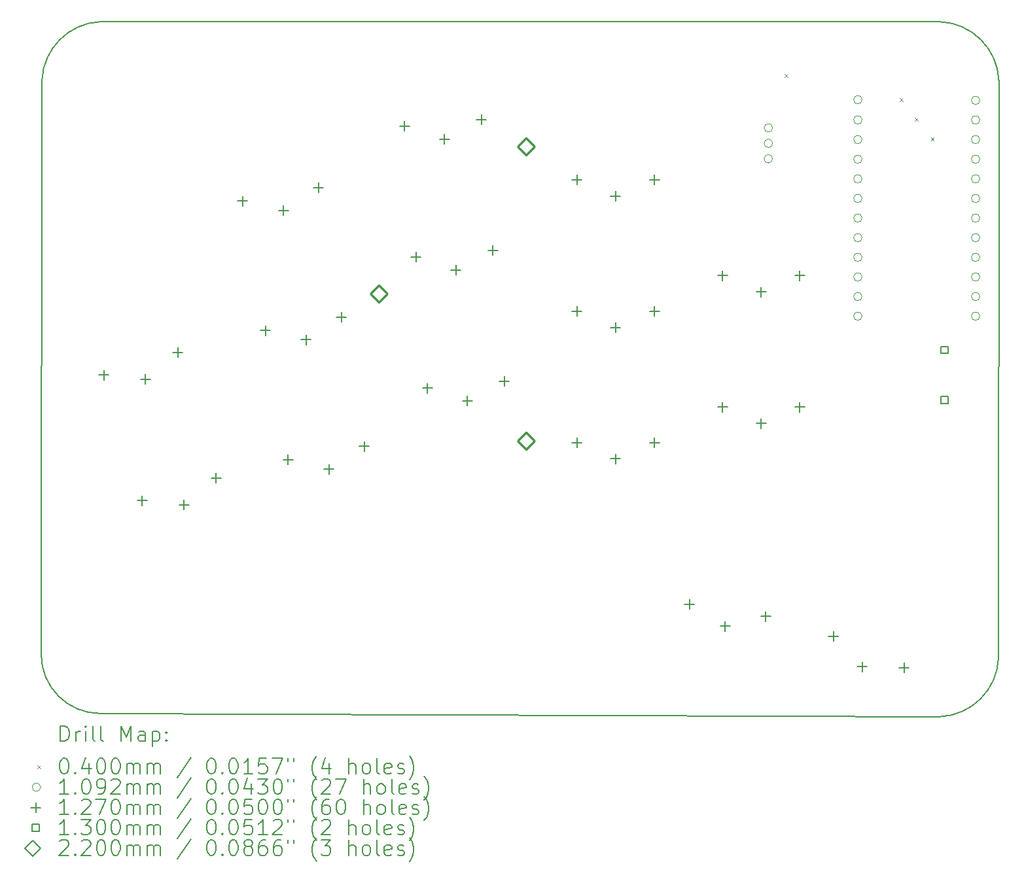
<source format=gbr>
%FSLAX45Y45*%
G04 Gerber Fmt 4.5, Leading zero omitted, Abs format (unit mm)*
G04 Created by KiCad (PCBNEW (6.0.4)) date 2022-05-21 01:48:03*
%MOMM*%
%LPD*%
G01*
G04 APERTURE LIST*
%TA.AperFunction,Profile*%
%ADD10C,0.150000*%
%TD*%
%ADD11C,0.200000*%
%ADD12C,0.040000*%
%ADD13C,0.109220*%
%ADD14C,0.127000*%
%ADD15C,0.130000*%
%ADD16C,0.220000*%
G04 APERTURE END LIST*
D10*
X15737327Y12334998D02*
X4877933Y12336481D01*
X15733479Y3338932D02*
G75*
G03*
X16494826Y4100933I-32949J794268D01*
G01*
X4116586Y11574481D02*
X4107104Y4142825D01*
X4107104Y4142825D02*
G75*
G03*
X4869104Y3380825I764981J2981D01*
G01*
X16494826Y4100933D02*
X16499327Y11573651D01*
X15733479Y3338933D02*
X4869104Y3380825D01*
X16499330Y11573651D02*
G75*
G03*
X15737327Y12334998I-794270J-32951D01*
G01*
X4877933Y12336481D02*
G75*
G03*
X4116586Y11574481I32951J-794270D01*
G01*
D11*
D12*
X13727182Y11661595D02*
X13767182Y11621595D01*
X13767182Y11661595D02*
X13727182Y11621595D01*
X15220000Y11345385D02*
X15260000Y11305385D01*
X15260000Y11345385D02*
X15220000Y11305385D01*
X15410459Y11089114D02*
X15450459Y11049114D01*
X15450459Y11089114D02*
X15410459Y11049114D01*
X15618978Y10834706D02*
X15658978Y10794706D01*
X15658978Y10834706D02*
X15618978Y10794706D01*
D13*
X13570728Y10961467D02*
G75*
G03*
X13570728Y10961467I-54610J0D01*
G01*
X13570728Y10761467D02*
G75*
G03*
X13570728Y10761467I-54610J0D01*
G01*
X13570728Y10561467D02*
G75*
G03*
X13570728Y10561467I-54610J0D01*
G01*
X14728331Y11326700D02*
G75*
G03*
X14728331Y11326700I-54610J0D01*
G01*
X14728331Y11064325D02*
G75*
G03*
X14728331Y11064325I-54610J0D01*
G01*
X14728331Y10810325D02*
G75*
G03*
X14728331Y10810325I-54610J0D01*
G01*
X14728331Y10556325D02*
G75*
G03*
X14728331Y10556325I-54610J0D01*
G01*
X14728331Y10302325D02*
G75*
G03*
X14728331Y10302325I-54610J0D01*
G01*
X14728331Y10048325D02*
G75*
G03*
X14728331Y10048325I-54610J0D01*
G01*
X14728331Y9794325D02*
G75*
G03*
X14728331Y9794325I-54610J0D01*
G01*
X14728331Y9540325D02*
G75*
G03*
X14728331Y9540325I-54610J0D01*
G01*
X14728331Y9286325D02*
G75*
G03*
X14728331Y9286325I-54610J0D01*
G01*
X14728331Y9032325D02*
G75*
G03*
X14728331Y9032325I-54610J0D01*
G01*
X14728331Y8778325D02*
G75*
G03*
X14728331Y8778325I-54610J0D01*
G01*
X14728331Y8524325D02*
G75*
G03*
X14728331Y8524325I-54610J0D01*
G01*
X16252331Y11318325D02*
G75*
G03*
X16252331Y11318325I-54610J0D01*
G01*
X16252331Y11064325D02*
G75*
G03*
X16252331Y11064325I-54610J0D01*
G01*
X16252331Y10810325D02*
G75*
G03*
X16252331Y10810325I-54610J0D01*
G01*
X16252331Y10556325D02*
G75*
G03*
X16252331Y10556325I-54610J0D01*
G01*
X16252331Y10302325D02*
G75*
G03*
X16252331Y10302325I-54610J0D01*
G01*
X16252331Y10048325D02*
G75*
G03*
X16252331Y10048325I-54610J0D01*
G01*
X16252331Y9794325D02*
G75*
G03*
X16252331Y9794325I-54610J0D01*
G01*
X16252331Y9540325D02*
G75*
G03*
X16252331Y9540325I-54610J0D01*
G01*
X16252331Y9286325D02*
G75*
G03*
X16252331Y9286325I-54610J0D01*
G01*
X16252331Y9032325D02*
G75*
G03*
X16252331Y9032325I-54610J0D01*
G01*
X16252331Y8778325D02*
G75*
G03*
X16252331Y8778325I-54610J0D01*
G01*
X16252331Y8524325D02*
G75*
G03*
X16252331Y8524325I-54610J0D01*
G01*
D14*
X4917175Y7826915D02*
X4917175Y7699915D01*
X4853675Y7763415D02*
X4980675Y7763415D01*
X5414207Y6201196D02*
X5414207Y6074196D01*
X5350707Y6137696D02*
X5477707Y6137696D01*
X5456725Y7772276D02*
X5456725Y7645276D01*
X5393225Y7708776D02*
X5520225Y7708776D01*
X5456725Y7772276D02*
X5456725Y7645276D01*
X5393225Y7708776D02*
X5520225Y7708776D01*
X5873479Y8119286D02*
X5873479Y7992286D01*
X5809979Y8055786D02*
X5936979Y8055786D01*
X5953757Y6146558D02*
X5953757Y6019558D01*
X5890257Y6083058D02*
X6017257Y6083058D01*
X5953757Y6146558D02*
X5953757Y6019558D01*
X5890257Y6083058D02*
X6017257Y6083058D01*
X6370511Y6493568D02*
X6370511Y6366568D01*
X6307011Y6430068D02*
X6434011Y6430068D01*
X6712293Y10076956D02*
X6712293Y9949956D01*
X6648793Y10013456D02*
X6775793Y10013456D01*
X7007495Y8402783D02*
X7007495Y8275782D01*
X6943995Y8339282D02*
X7070995Y8339282D01*
X7241163Y9956970D02*
X7241163Y9829970D01*
X7177663Y9893470D02*
X7304663Y9893470D01*
X7241163Y9956970D02*
X7241163Y9829970D01*
X7177663Y9893470D02*
X7304663Y9893470D01*
X7302697Y6728609D02*
X7302697Y6601609D01*
X7239197Y6665109D02*
X7366197Y6665109D01*
X7536365Y8282797D02*
X7536365Y8155797D01*
X7472865Y8219297D02*
X7599865Y8219297D01*
X7536365Y8282797D02*
X7536365Y8155797D01*
X7472865Y8219297D02*
X7599865Y8219297D01*
X7697101Y10250604D02*
X7697101Y10123604D01*
X7633601Y10187104D02*
X7760601Y10187104D01*
X7831567Y6608624D02*
X7831567Y6481624D01*
X7768067Y6545124D02*
X7895067Y6545124D01*
X7831567Y6608624D02*
X7831567Y6481624D01*
X7768067Y6545124D02*
X7895067Y6545124D01*
X7992303Y8576431D02*
X7992303Y8449431D01*
X7928803Y8512931D02*
X8055803Y8512931D01*
X8287505Y6902257D02*
X8287505Y6775257D01*
X8224005Y6838757D02*
X8351005Y6838757D01*
X8809021Y11046316D02*
X8809021Y10919316D01*
X8745521Y10982816D02*
X8872521Y10982816D01*
X8957186Y9352785D02*
X8957186Y9225785D01*
X8893686Y9289285D02*
X9020686Y9289285D01*
X9105351Y7659254D02*
X9105351Y7532254D01*
X9041851Y7595754D02*
X9168851Y7595754D01*
X9325422Y10880693D02*
X9325422Y10753693D01*
X9261922Y10817193D02*
X9388922Y10817193D01*
X9325422Y10880693D02*
X9325422Y10753693D01*
X9261922Y10817193D02*
X9388922Y10817193D01*
X9473586Y9187162D02*
X9473586Y9060162D01*
X9410086Y9123662D02*
X9537086Y9123662D01*
X9473586Y9187162D02*
X9473586Y9060162D01*
X9410086Y9123662D02*
X9537086Y9123662D01*
X9621751Y7493631D02*
X9621751Y7366631D01*
X9558251Y7430131D02*
X9685251Y7430131D01*
X9621751Y7493631D02*
X9621751Y7366631D01*
X9558251Y7430131D02*
X9685251Y7430131D01*
X9805216Y11133472D02*
X9805216Y11006472D01*
X9741716Y11069972D02*
X9868716Y11069972D01*
X9953381Y9439941D02*
X9953381Y9312941D01*
X9889881Y9376441D02*
X10016881Y9376441D01*
X10101546Y7746410D02*
X10101546Y7619410D01*
X10038046Y7682910D02*
X10165046Y7682910D01*
X11041109Y10352102D02*
X11041109Y10225102D01*
X10977609Y10288602D02*
X11104609Y10288602D01*
X11041109Y8652102D02*
X11041109Y8525102D01*
X10977609Y8588602D02*
X11104609Y8588602D01*
X11041109Y6952102D02*
X11041109Y6825102D01*
X10977609Y6888602D02*
X11104609Y6888602D01*
X11541109Y10142102D02*
X11541109Y10015102D01*
X11477609Y10078602D02*
X11604609Y10078602D01*
X11541109Y10142102D02*
X11541109Y10015102D01*
X11477609Y10078602D02*
X11604609Y10078602D01*
X11541109Y8442102D02*
X11541109Y8315102D01*
X11477609Y8378602D02*
X11604609Y8378602D01*
X11541109Y8442102D02*
X11541109Y8315102D01*
X11477609Y8378602D02*
X11604609Y8378602D01*
X11541109Y6742102D02*
X11541109Y6615102D01*
X11477609Y6678602D02*
X11604609Y6678602D01*
X11541109Y6742102D02*
X11541109Y6615102D01*
X11477609Y6678602D02*
X11604609Y6678602D01*
X12041109Y10352102D02*
X12041109Y10225102D01*
X11977609Y10288602D02*
X12104609Y10288602D01*
X12041109Y8652102D02*
X12041109Y8525102D01*
X11977609Y8588602D02*
X12104609Y8588602D01*
X12041109Y6952102D02*
X12041109Y6825102D01*
X11977609Y6888602D02*
X12104609Y6888602D01*
X12494322Y4860097D02*
X12494322Y4733097D01*
X12430822Y4796597D02*
X12557822Y4796597D01*
X12921828Y9111385D02*
X12921828Y8984385D01*
X12858328Y9047885D02*
X12985328Y9047885D01*
X12921828Y7411385D02*
X12921828Y7284385D01*
X12858328Y7347885D02*
X12985328Y7347885D01*
X12955315Y4574465D02*
X12955315Y4447465D01*
X12891815Y4510965D02*
X13018815Y4510965D01*
X12955315Y4574465D02*
X12955315Y4447465D01*
X12891815Y4510965D02*
X13018815Y4510965D01*
X13421828Y8901385D02*
X13421828Y8774385D01*
X13358328Y8837885D02*
X13485328Y8837885D01*
X13421828Y8901385D02*
X13421828Y8774385D01*
X13358328Y8837885D02*
X13485328Y8837885D01*
X13421828Y7201385D02*
X13421828Y7074385D01*
X13358328Y7137885D02*
X13485328Y7137885D01*
X13421828Y7201385D02*
X13421828Y7074385D01*
X13358328Y7137885D02*
X13485328Y7137885D01*
X13482011Y4703662D02*
X13482011Y4576662D01*
X13418511Y4640162D02*
X13545511Y4640162D01*
X13921828Y9111385D02*
X13921828Y8984385D01*
X13858328Y9047885D02*
X13985328Y9047885D01*
X13921828Y7411385D02*
X13921828Y7284385D01*
X13858328Y7347885D02*
X13985328Y7347885D01*
X14360146Y4443546D02*
X14360146Y4316546D01*
X14296646Y4380046D02*
X14423646Y4380046D01*
X14731504Y4048334D02*
X14731504Y3921334D01*
X14668004Y3984834D02*
X14795004Y3984834D01*
X14731504Y4048334D02*
X14731504Y3921334D01*
X14668004Y3984834D02*
X14795004Y3984834D01*
X15273692Y4036810D02*
X15273692Y3909810D01*
X15210192Y3973310D02*
X15337192Y3973310D01*
D15*
X15842941Y8041363D02*
X15842941Y8133288D01*
X15751017Y8133288D01*
X15751017Y8041363D01*
X15842941Y8041363D01*
X15842941Y7391363D02*
X15842941Y7483288D01*
X15751017Y7483288D01*
X15751017Y7391363D01*
X15842941Y7391363D01*
D16*
X8474722Y8704143D02*
X8584722Y8814143D01*
X8474722Y8924143D01*
X8364722Y8814143D01*
X8474722Y8704143D01*
X10379722Y10609143D02*
X10489722Y10719143D01*
X10379722Y10829143D01*
X10269722Y10719143D01*
X10379722Y10609143D01*
X10379722Y6799143D02*
X10489722Y6909143D01*
X10379722Y7019143D01*
X10269722Y6909143D01*
X10379722Y6799143D01*
D11*
X4357223Y3020957D02*
X4357223Y3220957D01*
X4404842Y3220957D01*
X4433414Y3211433D01*
X4452461Y3192385D01*
X4461985Y3173338D01*
X4471509Y3135243D01*
X4471509Y3106671D01*
X4461985Y3068576D01*
X4452461Y3049528D01*
X4433414Y3030481D01*
X4404842Y3020957D01*
X4357223Y3020957D01*
X4557223Y3020957D02*
X4557223Y3154290D01*
X4557223Y3116195D02*
X4566747Y3135243D01*
X4576271Y3144766D01*
X4595318Y3154290D01*
X4614366Y3154290D01*
X4681033Y3020957D02*
X4681033Y3154290D01*
X4681033Y3220957D02*
X4671509Y3211433D01*
X4681033Y3201909D01*
X4690556Y3211433D01*
X4681033Y3220957D01*
X4681033Y3201909D01*
X4804842Y3020957D02*
X4785795Y3030481D01*
X4776271Y3049528D01*
X4776271Y3220957D01*
X4909604Y3020957D02*
X4890556Y3030481D01*
X4881033Y3049528D01*
X4881033Y3220957D01*
X5138176Y3020957D02*
X5138176Y3220957D01*
X5204842Y3078100D01*
X5271509Y3220957D01*
X5271509Y3020957D01*
X5452461Y3020957D02*
X5452461Y3125719D01*
X5442937Y3144766D01*
X5423890Y3154290D01*
X5385795Y3154290D01*
X5366747Y3144766D01*
X5452461Y3030481D02*
X5433414Y3020957D01*
X5385795Y3020957D01*
X5366747Y3030481D01*
X5357223Y3049528D01*
X5357223Y3068576D01*
X5366747Y3087624D01*
X5385795Y3097147D01*
X5433414Y3097147D01*
X5452461Y3106671D01*
X5547699Y3154290D02*
X5547699Y2954290D01*
X5547699Y3144766D02*
X5566747Y3154290D01*
X5604842Y3154290D01*
X5623890Y3144766D01*
X5633414Y3135243D01*
X5642937Y3116195D01*
X5642937Y3059052D01*
X5633414Y3040005D01*
X5623890Y3030481D01*
X5604842Y3020957D01*
X5566747Y3020957D01*
X5547699Y3030481D01*
X5728652Y3040005D02*
X5738175Y3030481D01*
X5728652Y3020957D01*
X5719128Y3030481D01*
X5728652Y3040005D01*
X5728652Y3020957D01*
X5728652Y3144766D02*
X5738175Y3135243D01*
X5728652Y3125719D01*
X5719128Y3135243D01*
X5728652Y3144766D01*
X5728652Y3125719D01*
D12*
X4059604Y2711433D02*
X4099604Y2671433D01*
X4099604Y2711433D02*
X4059604Y2671433D01*
D11*
X4395318Y2800957D02*
X4414366Y2800957D01*
X4433414Y2791433D01*
X4442937Y2781909D01*
X4452461Y2762862D01*
X4461985Y2724767D01*
X4461985Y2677147D01*
X4452461Y2639052D01*
X4442937Y2620005D01*
X4433414Y2610481D01*
X4414366Y2600957D01*
X4395318Y2600957D01*
X4376271Y2610481D01*
X4366747Y2620005D01*
X4357223Y2639052D01*
X4347699Y2677147D01*
X4347699Y2724767D01*
X4357223Y2762862D01*
X4366747Y2781909D01*
X4376271Y2791433D01*
X4395318Y2800957D01*
X4547699Y2620005D02*
X4557223Y2610481D01*
X4547699Y2600957D01*
X4538176Y2610481D01*
X4547699Y2620005D01*
X4547699Y2600957D01*
X4728652Y2734290D02*
X4728652Y2600957D01*
X4681033Y2810481D02*
X4633414Y2667624D01*
X4757223Y2667624D01*
X4871509Y2800957D02*
X4890556Y2800957D01*
X4909604Y2791433D01*
X4919128Y2781909D01*
X4928652Y2762862D01*
X4938176Y2724767D01*
X4938176Y2677147D01*
X4928652Y2639052D01*
X4919128Y2620005D01*
X4909604Y2610481D01*
X4890556Y2600957D01*
X4871509Y2600957D01*
X4852461Y2610481D01*
X4842937Y2620005D01*
X4833414Y2639052D01*
X4823890Y2677147D01*
X4823890Y2724767D01*
X4833414Y2762862D01*
X4842937Y2781909D01*
X4852461Y2791433D01*
X4871509Y2800957D01*
X5061985Y2800957D02*
X5081033Y2800957D01*
X5100080Y2791433D01*
X5109604Y2781909D01*
X5119128Y2762862D01*
X5128652Y2724767D01*
X5128652Y2677147D01*
X5119128Y2639052D01*
X5109604Y2620005D01*
X5100080Y2610481D01*
X5081033Y2600957D01*
X5061985Y2600957D01*
X5042937Y2610481D01*
X5033414Y2620005D01*
X5023890Y2639052D01*
X5014366Y2677147D01*
X5014366Y2724767D01*
X5023890Y2762862D01*
X5033414Y2781909D01*
X5042937Y2791433D01*
X5061985Y2800957D01*
X5214366Y2600957D02*
X5214366Y2734290D01*
X5214366Y2715243D02*
X5223890Y2724767D01*
X5242937Y2734290D01*
X5271509Y2734290D01*
X5290556Y2724767D01*
X5300080Y2705719D01*
X5300080Y2600957D01*
X5300080Y2705719D02*
X5309604Y2724767D01*
X5328652Y2734290D01*
X5357223Y2734290D01*
X5376271Y2724767D01*
X5385795Y2705719D01*
X5385795Y2600957D01*
X5481033Y2600957D02*
X5481033Y2734290D01*
X5481033Y2715243D02*
X5490556Y2724767D01*
X5509604Y2734290D01*
X5538176Y2734290D01*
X5557223Y2724767D01*
X5566747Y2705719D01*
X5566747Y2600957D01*
X5566747Y2705719D02*
X5576271Y2724767D01*
X5595318Y2734290D01*
X5623890Y2734290D01*
X5642937Y2724767D01*
X5652461Y2705719D01*
X5652461Y2600957D01*
X6042937Y2810481D02*
X5871509Y2553338D01*
X6300080Y2800957D02*
X6319128Y2800957D01*
X6338175Y2791433D01*
X6347699Y2781909D01*
X6357223Y2762862D01*
X6366747Y2724767D01*
X6366747Y2677147D01*
X6357223Y2639052D01*
X6347699Y2620005D01*
X6338175Y2610481D01*
X6319128Y2600957D01*
X6300080Y2600957D01*
X6281033Y2610481D01*
X6271509Y2620005D01*
X6261985Y2639052D01*
X6252461Y2677147D01*
X6252461Y2724767D01*
X6261985Y2762862D01*
X6271509Y2781909D01*
X6281033Y2791433D01*
X6300080Y2800957D01*
X6452461Y2620005D02*
X6461985Y2610481D01*
X6452461Y2600957D01*
X6442937Y2610481D01*
X6452461Y2620005D01*
X6452461Y2600957D01*
X6585794Y2800957D02*
X6604842Y2800957D01*
X6623890Y2791433D01*
X6633414Y2781909D01*
X6642937Y2762862D01*
X6652461Y2724767D01*
X6652461Y2677147D01*
X6642937Y2639052D01*
X6633414Y2620005D01*
X6623890Y2610481D01*
X6604842Y2600957D01*
X6585794Y2600957D01*
X6566747Y2610481D01*
X6557223Y2620005D01*
X6547699Y2639052D01*
X6538175Y2677147D01*
X6538175Y2724767D01*
X6547699Y2762862D01*
X6557223Y2781909D01*
X6566747Y2791433D01*
X6585794Y2800957D01*
X6842937Y2600957D02*
X6728652Y2600957D01*
X6785794Y2600957D02*
X6785794Y2800957D01*
X6766747Y2772386D01*
X6747699Y2753338D01*
X6728652Y2743814D01*
X7023890Y2800957D02*
X6928652Y2800957D01*
X6919128Y2705719D01*
X6928652Y2715243D01*
X6947699Y2724767D01*
X6995318Y2724767D01*
X7014366Y2715243D01*
X7023890Y2705719D01*
X7033414Y2686671D01*
X7033414Y2639052D01*
X7023890Y2620005D01*
X7014366Y2610481D01*
X6995318Y2600957D01*
X6947699Y2600957D01*
X6928652Y2610481D01*
X6919128Y2620005D01*
X7100080Y2800957D02*
X7233414Y2800957D01*
X7147699Y2600957D01*
X7300080Y2800957D02*
X7300080Y2762862D01*
X7376271Y2800957D02*
X7376271Y2762862D01*
X7671509Y2524767D02*
X7661985Y2534290D01*
X7642937Y2562862D01*
X7633414Y2581909D01*
X7623890Y2610481D01*
X7614366Y2658100D01*
X7614366Y2696195D01*
X7623890Y2743814D01*
X7633414Y2772386D01*
X7642937Y2791433D01*
X7661985Y2820005D01*
X7671509Y2829528D01*
X7833414Y2734290D02*
X7833414Y2600957D01*
X7785794Y2810481D02*
X7738175Y2667624D01*
X7861985Y2667624D01*
X8090556Y2600957D02*
X8090556Y2800957D01*
X8176271Y2600957D02*
X8176271Y2705719D01*
X8166747Y2724767D01*
X8147699Y2734290D01*
X8119128Y2734290D01*
X8100080Y2724767D01*
X8090556Y2715243D01*
X8300080Y2600957D02*
X8281033Y2610481D01*
X8271509Y2620005D01*
X8261985Y2639052D01*
X8261985Y2696195D01*
X8271509Y2715243D01*
X8281033Y2724767D01*
X8300080Y2734290D01*
X8328652Y2734290D01*
X8347699Y2724767D01*
X8357223Y2715243D01*
X8366747Y2696195D01*
X8366747Y2639052D01*
X8357223Y2620005D01*
X8347699Y2610481D01*
X8328652Y2600957D01*
X8300080Y2600957D01*
X8481033Y2600957D02*
X8461985Y2610481D01*
X8452461Y2629528D01*
X8452461Y2800957D01*
X8633414Y2610481D02*
X8614366Y2600957D01*
X8576271Y2600957D01*
X8557223Y2610481D01*
X8547699Y2629528D01*
X8547699Y2705719D01*
X8557223Y2724767D01*
X8576271Y2734290D01*
X8614366Y2734290D01*
X8633414Y2724767D01*
X8642937Y2705719D01*
X8642937Y2686671D01*
X8547699Y2667624D01*
X8719128Y2610481D02*
X8738176Y2600957D01*
X8776271Y2600957D01*
X8795318Y2610481D01*
X8804842Y2629528D01*
X8804842Y2639052D01*
X8795318Y2658100D01*
X8776271Y2667624D01*
X8747699Y2667624D01*
X8728652Y2677147D01*
X8719128Y2696195D01*
X8719128Y2705719D01*
X8728652Y2724767D01*
X8747699Y2734290D01*
X8776271Y2734290D01*
X8795318Y2724767D01*
X8871509Y2524767D02*
X8881033Y2534290D01*
X8900080Y2562862D01*
X8909604Y2581909D01*
X8919128Y2610481D01*
X8928652Y2658100D01*
X8928652Y2696195D01*
X8919128Y2743814D01*
X8909604Y2772386D01*
X8900080Y2791433D01*
X8881033Y2820005D01*
X8871509Y2829528D01*
D13*
X4099604Y2427433D02*
G75*
G03*
X4099604Y2427433I-54610J0D01*
G01*
D11*
X4461985Y2336957D02*
X4347699Y2336957D01*
X4404842Y2336957D02*
X4404842Y2536957D01*
X4385795Y2508386D01*
X4366747Y2489338D01*
X4347699Y2479814D01*
X4547699Y2356005D02*
X4557223Y2346481D01*
X4547699Y2336957D01*
X4538176Y2346481D01*
X4547699Y2356005D01*
X4547699Y2336957D01*
X4681033Y2536957D02*
X4700080Y2536957D01*
X4719128Y2527433D01*
X4728652Y2517909D01*
X4738176Y2498862D01*
X4747699Y2460767D01*
X4747699Y2413147D01*
X4738176Y2375052D01*
X4728652Y2356005D01*
X4719128Y2346481D01*
X4700080Y2336957D01*
X4681033Y2336957D01*
X4661985Y2346481D01*
X4652461Y2356005D01*
X4642937Y2375052D01*
X4633414Y2413147D01*
X4633414Y2460767D01*
X4642937Y2498862D01*
X4652461Y2517909D01*
X4661985Y2527433D01*
X4681033Y2536957D01*
X4842937Y2336957D02*
X4881033Y2336957D01*
X4900080Y2346481D01*
X4909604Y2356005D01*
X4928652Y2384576D01*
X4938176Y2422671D01*
X4938176Y2498862D01*
X4928652Y2517909D01*
X4919128Y2527433D01*
X4900080Y2536957D01*
X4861985Y2536957D01*
X4842937Y2527433D01*
X4833414Y2517909D01*
X4823890Y2498862D01*
X4823890Y2451243D01*
X4833414Y2432195D01*
X4842937Y2422671D01*
X4861985Y2413147D01*
X4900080Y2413147D01*
X4919128Y2422671D01*
X4928652Y2432195D01*
X4938176Y2451243D01*
X5014366Y2517909D02*
X5023890Y2527433D01*
X5042937Y2536957D01*
X5090556Y2536957D01*
X5109604Y2527433D01*
X5119128Y2517909D01*
X5128652Y2498862D01*
X5128652Y2479814D01*
X5119128Y2451243D01*
X5004842Y2336957D01*
X5128652Y2336957D01*
X5214366Y2336957D02*
X5214366Y2470290D01*
X5214366Y2451243D02*
X5223890Y2460767D01*
X5242937Y2470290D01*
X5271509Y2470290D01*
X5290556Y2460767D01*
X5300080Y2441719D01*
X5300080Y2336957D01*
X5300080Y2441719D02*
X5309604Y2460767D01*
X5328652Y2470290D01*
X5357223Y2470290D01*
X5376271Y2460767D01*
X5385795Y2441719D01*
X5385795Y2336957D01*
X5481033Y2336957D02*
X5481033Y2470290D01*
X5481033Y2451243D02*
X5490556Y2460767D01*
X5509604Y2470290D01*
X5538176Y2470290D01*
X5557223Y2460767D01*
X5566747Y2441719D01*
X5566747Y2336957D01*
X5566747Y2441719D02*
X5576271Y2460767D01*
X5595318Y2470290D01*
X5623890Y2470290D01*
X5642937Y2460767D01*
X5652461Y2441719D01*
X5652461Y2336957D01*
X6042937Y2546481D02*
X5871509Y2289338D01*
X6300080Y2536957D02*
X6319128Y2536957D01*
X6338175Y2527433D01*
X6347699Y2517909D01*
X6357223Y2498862D01*
X6366747Y2460767D01*
X6366747Y2413147D01*
X6357223Y2375052D01*
X6347699Y2356005D01*
X6338175Y2346481D01*
X6319128Y2336957D01*
X6300080Y2336957D01*
X6281033Y2346481D01*
X6271509Y2356005D01*
X6261985Y2375052D01*
X6252461Y2413147D01*
X6252461Y2460767D01*
X6261985Y2498862D01*
X6271509Y2517909D01*
X6281033Y2527433D01*
X6300080Y2536957D01*
X6452461Y2356005D02*
X6461985Y2346481D01*
X6452461Y2336957D01*
X6442937Y2346481D01*
X6452461Y2356005D01*
X6452461Y2336957D01*
X6585794Y2536957D02*
X6604842Y2536957D01*
X6623890Y2527433D01*
X6633414Y2517909D01*
X6642937Y2498862D01*
X6652461Y2460767D01*
X6652461Y2413147D01*
X6642937Y2375052D01*
X6633414Y2356005D01*
X6623890Y2346481D01*
X6604842Y2336957D01*
X6585794Y2336957D01*
X6566747Y2346481D01*
X6557223Y2356005D01*
X6547699Y2375052D01*
X6538175Y2413147D01*
X6538175Y2460767D01*
X6547699Y2498862D01*
X6557223Y2517909D01*
X6566747Y2527433D01*
X6585794Y2536957D01*
X6823890Y2470290D02*
X6823890Y2336957D01*
X6776271Y2546481D02*
X6728652Y2403624D01*
X6852461Y2403624D01*
X6909604Y2536957D02*
X7033414Y2536957D01*
X6966747Y2460767D01*
X6995318Y2460767D01*
X7014366Y2451243D01*
X7023890Y2441719D01*
X7033414Y2422671D01*
X7033414Y2375052D01*
X7023890Y2356005D01*
X7014366Y2346481D01*
X6995318Y2336957D01*
X6938175Y2336957D01*
X6919128Y2346481D01*
X6909604Y2356005D01*
X7157223Y2536957D02*
X7176271Y2536957D01*
X7195318Y2527433D01*
X7204842Y2517909D01*
X7214366Y2498862D01*
X7223890Y2460767D01*
X7223890Y2413147D01*
X7214366Y2375052D01*
X7204842Y2356005D01*
X7195318Y2346481D01*
X7176271Y2336957D01*
X7157223Y2336957D01*
X7138175Y2346481D01*
X7128652Y2356005D01*
X7119128Y2375052D01*
X7109604Y2413147D01*
X7109604Y2460767D01*
X7119128Y2498862D01*
X7128652Y2517909D01*
X7138175Y2527433D01*
X7157223Y2536957D01*
X7300080Y2536957D02*
X7300080Y2498862D01*
X7376271Y2536957D02*
X7376271Y2498862D01*
X7671509Y2260767D02*
X7661985Y2270290D01*
X7642937Y2298862D01*
X7633414Y2317909D01*
X7623890Y2346481D01*
X7614366Y2394100D01*
X7614366Y2432195D01*
X7623890Y2479814D01*
X7633414Y2508386D01*
X7642937Y2527433D01*
X7661985Y2556005D01*
X7671509Y2565528D01*
X7738175Y2517909D02*
X7747699Y2527433D01*
X7766747Y2536957D01*
X7814366Y2536957D01*
X7833414Y2527433D01*
X7842937Y2517909D01*
X7852461Y2498862D01*
X7852461Y2479814D01*
X7842937Y2451243D01*
X7728652Y2336957D01*
X7852461Y2336957D01*
X7919128Y2536957D02*
X8052461Y2536957D01*
X7966747Y2336957D01*
X8281033Y2336957D02*
X8281033Y2536957D01*
X8366747Y2336957D02*
X8366747Y2441719D01*
X8357223Y2460767D01*
X8338175Y2470290D01*
X8309604Y2470290D01*
X8290556Y2460767D01*
X8281033Y2451243D01*
X8490556Y2336957D02*
X8471509Y2346481D01*
X8461985Y2356005D01*
X8452461Y2375052D01*
X8452461Y2432195D01*
X8461985Y2451243D01*
X8471509Y2460767D01*
X8490556Y2470290D01*
X8519128Y2470290D01*
X8538176Y2460767D01*
X8547699Y2451243D01*
X8557223Y2432195D01*
X8557223Y2375052D01*
X8547699Y2356005D01*
X8538176Y2346481D01*
X8519128Y2336957D01*
X8490556Y2336957D01*
X8671509Y2336957D02*
X8652461Y2346481D01*
X8642937Y2365528D01*
X8642937Y2536957D01*
X8823890Y2346481D02*
X8804842Y2336957D01*
X8766747Y2336957D01*
X8747699Y2346481D01*
X8738176Y2365528D01*
X8738176Y2441719D01*
X8747699Y2460767D01*
X8766747Y2470290D01*
X8804842Y2470290D01*
X8823890Y2460767D01*
X8833414Y2441719D01*
X8833414Y2422671D01*
X8738176Y2403624D01*
X8909604Y2346481D02*
X8928652Y2336957D01*
X8966747Y2336957D01*
X8985795Y2346481D01*
X8995318Y2365528D01*
X8995318Y2375052D01*
X8985795Y2394100D01*
X8966747Y2403624D01*
X8938176Y2403624D01*
X8919128Y2413147D01*
X8909604Y2432195D01*
X8909604Y2441719D01*
X8919128Y2460767D01*
X8938176Y2470290D01*
X8966747Y2470290D01*
X8985795Y2460767D01*
X9061985Y2260767D02*
X9071509Y2270290D01*
X9090556Y2298862D01*
X9100080Y2317909D01*
X9109604Y2346481D01*
X9119128Y2394100D01*
X9119128Y2432195D01*
X9109604Y2479814D01*
X9100080Y2508386D01*
X9090556Y2527433D01*
X9071509Y2556005D01*
X9061985Y2565528D01*
D14*
X4036104Y2226933D02*
X4036104Y2099933D01*
X3972604Y2163433D02*
X4099604Y2163433D01*
D11*
X4461985Y2072957D02*
X4347699Y2072957D01*
X4404842Y2072957D02*
X4404842Y2272957D01*
X4385795Y2244386D01*
X4366747Y2225338D01*
X4347699Y2215814D01*
X4547699Y2092005D02*
X4557223Y2082481D01*
X4547699Y2072957D01*
X4538176Y2082481D01*
X4547699Y2092005D01*
X4547699Y2072957D01*
X4633414Y2253909D02*
X4642937Y2263433D01*
X4661985Y2272957D01*
X4709604Y2272957D01*
X4728652Y2263433D01*
X4738176Y2253909D01*
X4747699Y2234862D01*
X4747699Y2215814D01*
X4738176Y2187243D01*
X4623890Y2072957D01*
X4747699Y2072957D01*
X4814366Y2272957D02*
X4947699Y2272957D01*
X4861985Y2072957D01*
X5061985Y2272957D02*
X5081033Y2272957D01*
X5100080Y2263433D01*
X5109604Y2253909D01*
X5119128Y2234862D01*
X5128652Y2196767D01*
X5128652Y2149147D01*
X5119128Y2111052D01*
X5109604Y2092005D01*
X5100080Y2082481D01*
X5081033Y2072957D01*
X5061985Y2072957D01*
X5042937Y2082481D01*
X5033414Y2092005D01*
X5023890Y2111052D01*
X5014366Y2149147D01*
X5014366Y2196767D01*
X5023890Y2234862D01*
X5033414Y2253909D01*
X5042937Y2263433D01*
X5061985Y2272957D01*
X5214366Y2072957D02*
X5214366Y2206290D01*
X5214366Y2187243D02*
X5223890Y2196767D01*
X5242937Y2206290D01*
X5271509Y2206290D01*
X5290556Y2196767D01*
X5300080Y2177719D01*
X5300080Y2072957D01*
X5300080Y2177719D02*
X5309604Y2196767D01*
X5328652Y2206290D01*
X5357223Y2206290D01*
X5376271Y2196767D01*
X5385795Y2177719D01*
X5385795Y2072957D01*
X5481033Y2072957D02*
X5481033Y2206290D01*
X5481033Y2187243D02*
X5490556Y2196767D01*
X5509604Y2206290D01*
X5538176Y2206290D01*
X5557223Y2196767D01*
X5566747Y2177719D01*
X5566747Y2072957D01*
X5566747Y2177719D02*
X5576271Y2196767D01*
X5595318Y2206290D01*
X5623890Y2206290D01*
X5642937Y2196767D01*
X5652461Y2177719D01*
X5652461Y2072957D01*
X6042937Y2282481D02*
X5871509Y2025338D01*
X6300080Y2272957D02*
X6319128Y2272957D01*
X6338175Y2263433D01*
X6347699Y2253909D01*
X6357223Y2234862D01*
X6366747Y2196767D01*
X6366747Y2149147D01*
X6357223Y2111052D01*
X6347699Y2092005D01*
X6338175Y2082481D01*
X6319128Y2072957D01*
X6300080Y2072957D01*
X6281033Y2082481D01*
X6271509Y2092005D01*
X6261985Y2111052D01*
X6252461Y2149147D01*
X6252461Y2196767D01*
X6261985Y2234862D01*
X6271509Y2253909D01*
X6281033Y2263433D01*
X6300080Y2272957D01*
X6452461Y2092005D02*
X6461985Y2082481D01*
X6452461Y2072957D01*
X6442937Y2082481D01*
X6452461Y2092005D01*
X6452461Y2072957D01*
X6585794Y2272957D02*
X6604842Y2272957D01*
X6623890Y2263433D01*
X6633414Y2253909D01*
X6642937Y2234862D01*
X6652461Y2196767D01*
X6652461Y2149147D01*
X6642937Y2111052D01*
X6633414Y2092005D01*
X6623890Y2082481D01*
X6604842Y2072957D01*
X6585794Y2072957D01*
X6566747Y2082481D01*
X6557223Y2092005D01*
X6547699Y2111052D01*
X6538175Y2149147D01*
X6538175Y2196767D01*
X6547699Y2234862D01*
X6557223Y2253909D01*
X6566747Y2263433D01*
X6585794Y2272957D01*
X6833414Y2272957D02*
X6738175Y2272957D01*
X6728652Y2177719D01*
X6738175Y2187243D01*
X6757223Y2196767D01*
X6804842Y2196767D01*
X6823890Y2187243D01*
X6833414Y2177719D01*
X6842937Y2158671D01*
X6842937Y2111052D01*
X6833414Y2092005D01*
X6823890Y2082481D01*
X6804842Y2072957D01*
X6757223Y2072957D01*
X6738175Y2082481D01*
X6728652Y2092005D01*
X6966747Y2272957D02*
X6985794Y2272957D01*
X7004842Y2263433D01*
X7014366Y2253909D01*
X7023890Y2234862D01*
X7033414Y2196767D01*
X7033414Y2149147D01*
X7023890Y2111052D01*
X7014366Y2092005D01*
X7004842Y2082481D01*
X6985794Y2072957D01*
X6966747Y2072957D01*
X6947699Y2082481D01*
X6938175Y2092005D01*
X6928652Y2111052D01*
X6919128Y2149147D01*
X6919128Y2196767D01*
X6928652Y2234862D01*
X6938175Y2253909D01*
X6947699Y2263433D01*
X6966747Y2272957D01*
X7157223Y2272957D02*
X7176271Y2272957D01*
X7195318Y2263433D01*
X7204842Y2253909D01*
X7214366Y2234862D01*
X7223890Y2196767D01*
X7223890Y2149147D01*
X7214366Y2111052D01*
X7204842Y2092005D01*
X7195318Y2082481D01*
X7176271Y2072957D01*
X7157223Y2072957D01*
X7138175Y2082481D01*
X7128652Y2092005D01*
X7119128Y2111052D01*
X7109604Y2149147D01*
X7109604Y2196767D01*
X7119128Y2234862D01*
X7128652Y2253909D01*
X7138175Y2263433D01*
X7157223Y2272957D01*
X7300080Y2272957D02*
X7300080Y2234862D01*
X7376271Y2272957D02*
X7376271Y2234862D01*
X7671509Y1996766D02*
X7661985Y2006290D01*
X7642937Y2034862D01*
X7633414Y2053909D01*
X7623890Y2082481D01*
X7614366Y2130100D01*
X7614366Y2168195D01*
X7623890Y2215814D01*
X7633414Y2244386D01*
X7642937Y2263433D01*
X7661985Y2292005D01*
X7671509Y2301528D01*
X7833414Y2272957D02*
X7795318Y2272957D01*
X7776271Y2263433D01*
X7766747Y2253909D01*
X7747699Y2225338D01*
X7738175Y2187243D01*
X7738175Y2111052D01*
X7747699Y2092005D01*
X7757223Y2082481D01*
X7776271Y2072957D01*
X7814366Y2072957D01*
X7833414Y2082481D01*
X7842937Y2092005D01*
X7852461Y2111052D01*
X7852461Y2158671D01*
X7842937Y2177719D01*
X7833414Y2187243D01*
X7814366Y2196767D01*
X7776271Y2196767D01*
X7757223Y2187243D01*
X7747699Y2177719D01*
X7738175Y2158671D01*
X7976271Y2272957D02*
X7995318Y2272957D01*
X8014366Y2263433D01*
X8023890Y2253909D01*
X8033414Y2234862D01*
X8042937Y2196767D01*
X8042937Y2149147D01*
X8033414Y2111052D01*
X8023890Y2092005D01*
X8014366Y2082481D01*
X7995318Y2072957D01*
X7976271Y2072957D01*
X7957223Y2082481D01*
X7947699Y2092005D01*
X7938175Y2111052D01*
X7928652Y2149147D01*
X7928652Y2196767D01*
X7938175Y2234862D01*
X7947699Y2253909D01*
X7957223Y2263433D01*
X7976271Y2272957D01*
X8281033Y2072957D02*
X8281033Y2272957D01*
X8366747Y2072957D02*
X8366747Y2177719D01*
X8357223Y2196767D01*
X8338175Y2206290D01*
X8309604Y2206290D01*
X8290556Y2196767D01*
X8281033Y2187243D01*
X8490556Y2072957D02*
X8471509Y2082481D01*
X8461985Y2092005D01*
X8452461Y2111052D01*
X8452461Y2168195D01*
X8461985Y2187243D01*
X8471509Y2196767D01*
X8490556Y2206290D01*
X8519128Y2206290D01*
X8538176Y2196767D01*
X8547699Y2187243D01*
X8557223Y2168195D01*
X8557223Y2111052D01*
X8547699Y2092005D01*
X8538176Y2082481D01*
X8519128Y2072957D01*
X8490556Y2072957D01*
X8671509Y2072957D02*
X8652461Y2082481D01*
X8642937Y2101528D01*
X8642937Y2272957D01*
X8823890Y2082481D02*
X8804842Y2072957D01*
X8766747Y2072957D01*
X8747699Y2082481D01*
X8738176Y2101528D01*
X8738176Y2177719D01*
X8747699Y2196767D01*
X8766747Y2206290D01*
X8804842Y2206290D01*
X8823890Y2196767D01*
X8833414Y2177719D01*
X8833414Y2158671D01*
X8738176Y2139624D01*
X8909604Y2082481D02*
X8928652Y2072957D01*
X8966747Y2072957D01*
X8985795Y2082481D01*
X8995318Y2101528D01*
X8995318Y2111052D01*
X8985795Y2130100D01*
X8966747Y2139624D01*
X8938176Y2139624D01*
X8919128Y2149147D01*
X8909604Y2168195D01*
X8909604Y2177719D01*
X8919128Y2196767D01*
X8938176Y2206290D01*
X8966747Y2206290D01*
X8985795Y2196767D01*
X9061985Y1996766D02*
X9071509Y2006290D01*
X9090556Y2034862D01*
X9100080Y2053909D01*
X9109604Y2082481D01*
X9119128Y2130100D01*
X9119128Y2168195D01*
X9109604Y2215814D01*
X9100080Y2244386D01*
X9090556Y2263433D01*
X9071509Y2292005D01*
X9061985Y2301528D01*
D15*
X4080566Y1853471D02*
X4080566Y1945396D01*
X3988642Y1945396D01*
X3988642Y1853471D01*
X4080566Y1853471D01*
D11*
X4461985Y1808957D02*
X4347699Y1808957D01*
X4404842Y1808957D02*
X4404842Y2008957D01*
X4385795Y1980385D01*
X4366747Y1961338D01*
X4347699Y1951814D01*
X4547699Y1828005D02*
X4557223Y1818481D01*
X4547699Y1808957D01*
X4538176Y1818481D01*
X4547699Y1828005D01*
X4547699Y1808957D01*
X4623890Y2008957D02*
X4747699Y2008957D01*
X4681033Y1932766D01*
X4709604Y1932766D01*
X4728652Y1923243D01*
X4738176Y1913719D01*
X4747699Y1894671D01*
X4747699Y1847052D01*
X4738176Y1828005D01*
X4728652Y1818481D01*
X4709604Y1808957D01*
X4652461Y1808957D01*
X4633414Y1818481D01*
X4623890Y1828005D01*
X4871509Y2008957D02*
X4890556Y2008957D01*
X4909604Y1999433D01*
X4919128Y1989909D01*
X4928652Y1970862D01*
X4938176Y1932766D01*
X4938176Y1885147D01*
X4928652Y1847052D01*
X4919128Y1828005D01*
X4909604Y1818481D01*
X4890556Y1808957D01*
X4871509Y1808957D01*
X4852461Y1818481D01*
X4842937Y1828005D01*
X4833414Y1847052D01*
X4823890Y1885147D01*
X4823890Y1932766D01*
X4833414Y1970862D01*
X4842937Y1989909D01*
X4852461Y1999433D01*
X4871509Y2008957D01*
X5061985Y2008957D02*
X5081033Y2008957D01*
X5100080Y1999433D01*
X5109604Y1989909D01*
X5119128Y1970862D01*
X5128652Y1932766D01*
X5128652Y1885147D01*
X5119128Y1847052D01*
X5109604Y1828005D01*
X5100080Y1818481D01*
X5081033Y1808957D01*
X5061985Y1808957D01*
X5042937Y1818481D01*
X5033414Y1828005D01*
X5023890Y1847052D01*
X5014366Y1885147D01*
X5014366Y1932766D01*
X5023890Y1970862D01*
X5033414Y1989909D01*
X5042937Y1999433D01*
X5061985Y2008957D01*
X5214366Y1808957D02*
X5214366Y1942290D01*
X5214366Y1923243D02*
X5223890Y1932766D01*
X5242937Y1942290D01*
X5271509Y1942290D01*
X5290556Y1932766D01*
X5300080Y1913719D01*
X5300080Y1808957D01*
X5300080Y1913719D02*
X5309604Y1932766D01*
X5328652Y1942290D01*
X5357223Y1942290D01*
X5376271Y1932766D01*
X5385795Y1913719D01*
X5385795Y1808957D01*
X5481033Y1808957D02*
X5481033Y1942290D01*
X5481033Y1923243D02*
X5490556Y1932766D01*
X5509604Y1942290D01*
X5538176Y1942290D01*
X5557223Y1932766D01*
X5566747Y1913719D01*
X5566747Y1808957D01*
X5566747Y1913719D02*
X5576271Y1932766D01*
X5595318Y1942290D01*
X5623890Y1942290D01*
X5642937Y1932766D01*
X5652461Y1913719D01*
X5652461Y1808957D01*
X6042937Y2018481D02*
X5871509Y1761338D01*
X6300080Y2008957D02*
X6319128Y2008957D01*
X6338175Y1999433D01*
X6347699Y1989909D01*
X6357223Y1970862D01*
X6366747Y1932766D01*
X6366747Y1885147D01*
X6357223Y1847052D01*
X6347699Y1828005D01*
X6338175Y1818481D01*
X6319128Y1808957D01*
X6300080Y1808957D01*
X6281033Y1818481D01*
X6271509Y1828005D01*
X6261985Y1847052D01*
X6252461Y1885147D01*
X6252461Y1932766D01*
X6261985Y1970862D01*
X6271509Y1989909D01*
X6281033Y1999433D01*
X6300080Y2008957D01*
X6452461Y1828005D02*
X6461985Y1818481D01*
X6452461Y1808957D01*
X6442937Y1818481D01*
X6452461Y1828005D01*
X6452461Y1808957D01*
X6585794Y2008957D02*
X6604842Y2008957D01*
X6623890Y1999433D01*
X6633414Y1989909D01*
X6642937Y1970862D01*
X6652461Y1932766D01*
X6652461Y1885147D01*
X6642937Y1847052D01*
X6633414Y1828005D01*
X6623890Y1818481D01*
X6604842Y1808957D01*
X6585794Y1808957D01*
X6566747Y1818481D01*
X6557223Y1828005D01*
X6547699Y1847052D01*
X6538175Y1885147D01*
X6538175Y1932766D01*
X6547699Y1970862D01*
X6557223Y1989909D01*
X6566747Y1999433D01*
X6585794Y2008957D01*
X6833414Y2008957D02*
X6738175Y2008957D01*
X6728652Y1913719D01*
X6738175Y1923243D01*
X6757223Y1932766D01*
X6804842Y1932766D01*
X6823890Y1923243D01*
X6833414Y1913719D01*
X6842937Y1894671D01*
X6842937Y1847052D01*
X6833414Y1828005D01*
X6823890Y1818481D01*
X6804842Y1808957D01*
X6757223Y1808957D01*
X6738175Y1818481D01*
X6728652Y1828005D01*
X7033414Y1808957D02*
X6919128Y1808957D01*
X6976271Y1808957D02*
X6976271Y2008957D01*
X6957223Y1980385D01*
X6938175Y1961338D01*
X6919128Y1951814D01*
X7109604Y1989909D02*
X7119128Y1999433D01*
X7138175Y2008957D01*
X7185794Y2008957D01*
X7204842Y1999433D01*
X7214366Y1989909D01*
X7223890Y1970862D01*
X7223890Y1951814D01*
X7214366Y1923243D01*
X7100080Y1808957D01*
X7223890Y1808957D01*
X7300080Y2008957D02*
X7300080Y1970862D01*
X7376271Y2008957D02*
X7376271Y1970862D01*
X7671509Y1732766D02*
X7661985Y1742290D01*
X7642937Y1770862D01*
X7633414Y1789909D01*
X7623890Y1818481D01*
X7614366Y1866100D01*
X7614366Y1904195D01*
X7623890Y1951814D01*
X7633414Y1980385D01*
X7642937Y1999433D01*
X7661985Y2028005D01*
X7671509Y2037528D01*
X7738175Y1989909D02*
X7747699Y1999433D01*
X7766747Y2008957D01*
X7814366Y2008957D01*
X7833414Y1999433D01*
X7842937Y1989909D01*
X7852461Y1970862D01*
X7852461Y1951814D01*
X7842937Y1923243D01*
X7728652Y1808957D01*
X7852461Y1808957D01*
X8090556Y1808957D02*
X8090556Y2008957D01*
X8176271Y1808957D02*
X8176271Y1913719D01*
X8166747Y1932766D01*
X8147699Y1942290D01*
X8119128Y1942290D01*
X8100080Y1932766D01*
X8090556Y1923243D01*
X8300080Y1808957D02*
X8281033Y1818481D01*
X8271509Y1828005D01*
X8261985Y1847052D01*
X8261985Y1904195D01*
X8271509Y1923243D01*
X8281033Y1932766D01*
X8300080Y1942290D01*
X8328652Y1942290D01*
X8347699Y1932766D01*
X8357223Y1923243D01*
X8366747Y1904195D01*
X8366747Y1847052D01*
X8357223Y1828005D01*
X8347699Y1818481D01*
X8328652Y1808957D01*
X8300080Y1808957D01*
X8481033Y1808957D02*
X8461985Y1818481D01*
X8452461Y1837528D01*
X8452461Y2008957D01*
X8633414Y1818481D02*
X8614366Y1808957D01*
X8576271Y1808957D01*
X8557223Y1818481D01*
X8547699Y1837528D01*
X8547699Y1913719D01*
X8557223Y1932766D01*
X8576271Y1942290D01*
X8614366Y1942290D01*
X8633414Y1932766D01*
X8642937Y1913719D01*
X8642937Y1894671D01*
X8547699Y1875624D01*
X8719128Y1818481D02*
X8738176Y1808957D01*
X8776271Y1808957D01*
X8795318Y1818481D01*
X8804842Y1837528D01*
X8804842Y1847052D01*
X8795318Y1866100D01*
X8776271Y1875624D01*
X8747699Y1875624D01*
X8728652Y1885147D01*
X8719128Y1904195D01*
X8719128Y1913719D01*
X8728652Y1932766D01*
X8747699Y1942290D01*
X8776271Y1942290D01*
X8795318Y1932766D01*
X8871509Y1732766D02*
X8881033Y1742290D01*
X8900080Y1770862D01*
X8909604Y1789909D01*
X8919128Y1818481D01*
X8928652Y1866100D01*
X8928652Y1904195D01*
X8919128Y1951814D01*
X8909604Y1980385D01*
X8900080Y1999433D01*
X8881033Y2028005D01*
X8871509Y2037528D01*
X3999604Y1535433D02*
X4099604Y1635433D01*
X3999604Y1735433D01*
X3899604Y1635433D01*
X3999604Y1535433D01*
X4347699Y1725909D02*
X4357223Y1735433D01*
X4376271Y1744957D01*
X4423890Y1744957D01*
X4442937Y1735433D01*
X4452461Y1725909D01*
X4461985Y1706862D01*
X4461985Y1687814D01*
X4452461Y1659243D01*
X4338176Y1544957D01*
X4461985Y1544957D01*
X4547699Y1564005D02*
X4557223Y1554481D01*
X4547699Y1544957D01*
X4538176Y1554481D01*
X4547699Y1564005D01*
X4547699Y1544957D01*
X4633414Y1725909D02*
X4642937Y1735433D01*
X4661985Y1744957D01*
X4709604Y1744957D01*
X4728652Y1735433D01*
X4738176Y1725909D01*
X4747699Y1706862D01*
X4747699Y1687814D01*
X4738176Y1659243D01*
X4623890Y1544957D01*
X4747699Y1544957D01*
X4871509Y1744957D02*
X4890556Y1744957D01*
X4909604Y1735433D01*
X4919128Y1725909D01*
X4928652Y1706862D01*
X4938176Y1668766D01*
X4938176Y1621147D01*
X4928652Y1583052D01*
X4919128Y1564005D01*
X4909604Y1554481D01*
X4890556Y1544957D01*
X4871509Y1544957D01*
X4852461Y1554481D01*
X4842937Y1564005D01*
X4833414Y1583052D01*
X4823890Y1621147D01*
X4823890Y1668766D01*
X4833414Y1706862D01*
X4842937Y1725909D01*
X4852461Y1735433D01*
X4871509Y1744957D01*
X5061985Y1744957D02*
X5081033Y1744957D01*
X5100080Y1735433D01*
X5109604Y1725909D01*
X5119128Y1706862D01*
X5128652Y1668766D01*
X5128652Y1621147D01*
X5119128Y1583052D01*
X5109604Y1564005D01*
X5100080Y1554481D01*
X5081033Y1544957D01*
X5061985Y1544957D01*
X5042937Y1554481D01*
X5033414Y1564005D01*
X5023890Y1583052D01*
X5014366Y1621147D01*
X5014366Y1668766D01*
X5023890Y1706862D01*
X5033414Y1725909D01*
X5042937Y1735433D01*
X5061985Y1744957D01*
X5214366Y1544957D02*
X5214366Y1678290D01*
X5214366Y1659243D02*
X5223890Y1668766D01*
X5242937Y1678290D01*
X5271509Y1678290D01*
X5290556Y1668766D01*
X5300080Y1649719D01*
X5300080Y1544957D01*
X5300080Y1649719D02*
X5309604Y1668766D01*
X5328652Y1678290D01*
X5357223Y1678290D01*
X5376271Y1668766D01*
X5385795Y1649719D01*
X5385795Y1544957D01*
X5481033Y1544957D02*
X5481033Y1678290D01*
X5481033Y1659243D02*
X5490556Y1668766D01*
X5509604Y1678290D01*
X5538176Y1678290D01*
X5557223Y1668766D01*
X5566747Y1649719D01*
X5566747Y1544957D01*
X5566747Y1649719D02*
X5576271Y1668766D01*
X5595318Y1678290D01*
X5623890Y1678290D01*
X5642937Y1668766D01*
X5652461Y1649719D01*
X5652461Y1544957D01*
X6042937Y1754481D02*
X5871509Y1497338D01*
X6300080Y1744957D02*
X6319128Y1744957D01*
X6338175Y1735433D01*
X6347699Y1725909D01*
X6357223Y1706862D01*
X6366747Y1668766D01*
X6366747Y1621147D01*
X6357223Y1583052D01*
X6347699Y1564005D01*
X6338175Y1554481D01*
X6319128Y1544957D01*
X6300080Y1544957D01*
X6281033Y1554481D01*
X6271509Y1564005D01*
X6261985Y1583052D01*
X6252461Y1621147D01*
X6252461Y1668766D01*
X6261985Y1706862D01*
X6271509Y1725909D01*
X6281033Y1735433D01*
X6300080Y1744957D01*
X6452461Y1564005D02*
X6461985Y1554481D01*
X6452461Y1544957D01*
X6442937Y1554481D01*
X6452461Y1564005D01*
X6452461Y1544957D01*
X6585794Y1744957D02*
X6604842Y1744957D01*
X6623890Y1735433D01*
X6633414Y1725909D01*
X6642937Y1706862D01*
X6652461Y1668766D01*
X6652461Y1621147D01*
X6642937Y1583052D01*
X6633414Y1564005D01*
X6623890Y1554481D01*
X6604842Y1544957D01*
X6585794Y1544957D01*
X6566747Y1554481D01*
X6557223Y1564005D01*
X6547699Y1583052D01*
X6538175Y1621147D01*
X6538175Y1668766D01*
X6547699Y1706862D01*
X6557223Y1725909D01*
X6566747Y1735433D01*
X6585794Y1744957D01*
X6766747Y1659243D02*
X6747699Y1668766D01*
X6738175Y1678290D01*
X6728652Y1697338D01*
X6728652Y1706862D01*
X6738175Y1725909D01*
X6747699Y1735433D01*
X6766747Y1744957D01*
X6804842Y1744957D01*
X6823890Y1735433D01*
X6833414Y1725909D01*
X6842937Y1706862D01*
X6842937Y1697338D01*
X6833414Y1678290D01*
X6823890Y1668766D01*
X6804842Y1659243D01*
X6766747Y1659243D01*
X6747699Y1649719D01*
X6738175Y1640195D01*
X6728652Y1621147D01*
X6728652Y1583052D01*
X6738175Y1564005D01*
X6747699Y1554481D01*
X6766747Y1544957D01*
X6804842Y1544957D01*
X6823890Y1554481D01*
X6833414Y1564005D01*
X6842937Y1583052D01*
X6842937Y1621147D01*
X6833414Y1640195D01*
X6823890Y1649719D01*
X6804842Y1659243D01*
X7014366Y1744957D02*
X6976271Y1744957D01*
X6957223Y1735433D01*
X6947699Y1725909D01*
X6928652Y1697338D01*
X6919128Y1659243D01*
X6919128Y1583052D01*
X6928652Y1564005D01*
X6938175Y1554481D01*
X6957223Y1544957D01*
X6995318Y1544957D01*
X7014366Y1554481D01*
X7023890Y1564005D01*
X7033414Y1583052D01*
X7033414Y1630671D01*
X7023890Y1649719D01*
X7014366Y1659243D01*
X6995318Y1668766D01*
X6957223Y1668766D01*
X6938175Y1659243D01*
X6928652Y1649719D01*
X6919128Y1630671D01*
X7204842Y1744957D02*
X7166747Y1744957D01*
X7147699Y1735433D01*
X7138175Y1725909D01*
X7119128Y1697338D01*
X7109604Y1659243D01*
X7109604Y1583052D01*
X7119128Y1564005D01*
X7128652Y1554481D01*
X7147699Y1544957D01*
X7185794Y1544957D01*
X7204842Y1554481D01*
X7214366Y1564005D01*
X7223890Y1583052D01*
X7223890Y1630671D01*
X7214366Y1649719D01*
X7204842Y1659243D01*
X7185794Y1668766D01*
X7147699Y1668766D01*
X7128652Y1659243D01*
X7119128Y1649719D01*
X7109604Y1630671D01*
X7300080Y1744957D02*
X7300080Y1706862D01*
X7376271Y1744957D02*
X7376271Y1706862D01*
X7671509Y1468766D02*
X7661985Y1478290D01*
X7642937Y1506862D01*
X7633414Y1525909D01*
X7623890Y1554481D01*
X7614366Y1602100D01*
X7614366Y1640195D01*
X7623890Y1687814D01*
X7633414Y1716385D01*
X7642937Y1735433D01*
X7661985Y1764005D01*
X7671509Y1773528D01*
X7728652Y1744957D02*
X7852461Y1744957D01*
X7785794Y1668766D01*
X7814366Y1668766D01*
X7833414Y1659243D01*
X7842937Y1649719D01*
X7852461Y1630671D01*
X7852461Y1583052D01*
X7842937Y1564005D01*
X7833414Y1554481D01*
X7814366Y1544957D01*
X7757223Y1544957D01*
X7738175Y1554481D01*
X7728652Y1564005D01*
X8090556Y1544957D02*
X8090556Y1744957D01*
X8176271Y1544957D02*
X8176271Y1649719D01*
X8166747Y1668766D01*
X8147699Y1678290D01*
X8119128Y1678290D01*
X8100080Y1668766D01*
X8090556Y1659243D01*
X8300080Y1544957D02*
X8281033Y1554481D01*
X8271509Y1564005D01*
X8261985Y1583052D01*
X8261985Y1640195D01*
X8271509Y1659243D01*
X8281033Y1668766D01*
X8300080Y1678290D01*
X8328652Y1678290D01*
X8347699Y1668766D01*
X8357223Y1659243D01*
X8366747Y1640195D01*
X8366747Y1583052D01*
X8357223Y1564005D01*
X8347699Y1554481D01*
X8328652Y1544957D01*
X8300080Y1544957D01*
X8481033Y1544957D02*
X8461985Y1554481D01*
X8452461Y1573528D01*
X8452461Y1744957D01*
X8633414Y1554481D02*
X8614366Y1544957D01*
X8576271Y1544957D01*
X8557223Y1554481D01*
X8547699Y1573528D01*
X8547699Y1649719D01*
X8557223Y1668766D01*
X8576271Y1678290D01*
X8614366Y1678290D01*
X8633414Y1668766D01*
X8642937Y1649719D01*
X8642937Y1630671D01*
X8547699Y1611624D01*
X8719128Y1554481D02*
X8738176Y1544957D01*
X8776271Y1544957D01*
X8795318Y1554481D01*
X8804842Y1573528D01*
X8804842Y1583052D01*
X8795318Y1602100D01*
X8776271Y1611624D01*
X8747699Y1611624D01*
X8728652Y1621147D01*
X8719128Y1640195D01*
X8719128Y1649719D01*
X8728652Y1668766D01*
X8747699Y1678290D01*
X8776271Y1678290D01*
X8795318Y1668766D01*
X8871509Y1468766D02*
X8881033Y1478290D01*
X8900080Y1506862D01*
X8909604Y1525909D01*
X8919128Y1554481D01*
X8928652Y1602100D01*
X8928652Y1640195D01*
X8919128Y1687814D01*
X8909604Y1716385D01*
X8900080Y1735433D01*
X8881033Y1764005D01*
X8871509Y1773528D01*
M02*

</source>
